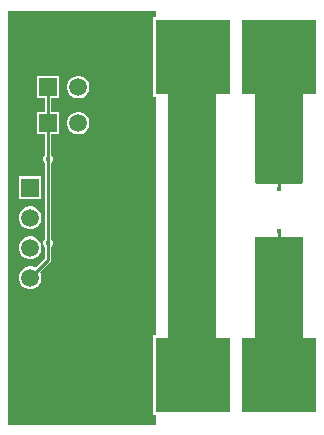
<source format=gbr>
%TF.GenerationSoftware,Altium Limited,Altium Designer,23.10.1 (27)*%
G04 Layer_Physical_Order=2*
G04 Layer_Color=16711680*
%FSLAX45Y45*%
%MOMM*%
%TF.SameCoordinates,AAB5F705-4A64-4C07-BC12-B6E9AAE413D5*%
%TF.FilePolarity,Positive*%
%TF.FileFunction,Copper,L2,Bot,Signal*%
%TF.Part,Single*%
G01*
G75*
%TA.AperFunction,Conductor*%
%ADD13C,0.25400*%
%TA.AperFunction,ComponentPad*%
%ADD14C,1.50000*%
%ADD15R,1.50000X1.50000*%
%ADD16R,1.50000X1.50000*%
%TA.AperFunction,ViaPad*%
%ADD17C,0.45000*%
%TA.AperFunction,SMDPad,CuDef*%
%ADD18R,4.00000X1.80000*%
%ADD19R,6.35000X6.35000*%
G36*
X15367000Y4775200D02*
X14960600D01*
Y6146800D01*
X15367000D01*
Y4775200D01*
D02*
G37*
G36*
Y2946400D02*
X14960600D01*
Y4318000D01*
X15367000D01*
Y2946400D01*
D02*
G37*
G36*
X14630400Y2844800D02*
X14224001D01*
Y6146800D01*
X14630400D01*
Y2844800D01*
D02*
G37*
G36*
X14122400Y6179500D02*
X14094780D01*
Y5504500D01*
X14122400D01*
Y3487100D01*
X14094780D01*
Y2812100D01*
X14122400D01*
Y2730500D01*
X12865100D01*
Y6235700D01*
X14122400D01*
Y6179500D01*
D02*
G37*
%LPC*%
G36*
X13474507Y5683000D02*
X13449493D01*
X13425333Y5676526D01*
X13403670Y5664019D01*
X13385982Y5646331D01*
X13373474Y5624668D01*
X13367000Y5600507D01*
Y5575493D01*
X13373474Y5551332D01*
X13385982Y5529669D01*
X13403670Y5511981D01*
X13425333Y5499474D01*
X13449493Y5493000D01*
X13474507D01*
X13498668Y5499474D01*
X13520331Y5511981D01*
X13538019Y5529669D01*
X13550526Y5551332D01*
X13557001Y5575493D01*
Y5600507D01*
X13550526Y5624668D01*
X13538019Y5646331D01*
X13520331Y5664019D01*
X13498668Y5676526D01*
X13474507Y5683000D01*
D02*
G37*
G36*
Y5378200D02*
X13449493D01*
X13425333Y5371726D01*
X13403670Y5359219D01*
X13385982Y5341531D01*
X13373474Y5319868D01*
X13367000Y5295707D01*
Y5270693D01*
X13373474Y5246532D01*
X13385982Y5224869D01*
X13403670Y5207181D01*
X13425333Y5194674D01*
X13449493Y5188200D01*
X13474507D01*
X13498668Y5194674D01*
X13520331Y5207181D01*
X13538019Y5224869D01*
X13550526Y5246532D01*
X13557001Y5270693D01*
Y5295707D01*
X13550526Y5319868D01*
X13538019Y5341531D01*
X13520331Y5359219D01*
X13498668Y5371726D01*
X13474507Y5378200D01*
D02*
G37*
G36*
X13150600Y4832100D02*
X12960600D01*
Y4642100D01*
X13150600D01*
Y4832100D01*
D02*
G37*
G36*
X13068108Y4578100D02*
X13043092D01*
X13018932Y4571626D01*
X12997269Y4559119D01*
X12979581Y4541431D01*
X12967075Y4519768D01*
X12960600Y4495607D01*
Y4470593D01*
X12967075Y4446432D01*
X12979581Y4424769D01*
X12997269Y4407081D01*
X13018932Y4394574D01*
X13043092Y4388100D01*
X13068108D01*
X13092268Y4394574D01*
X13113931Y4407081D01*
X13131619Y4424769D01*
X13144125Y4446432D01*
X13150600Y4470593D01*
Y4495607D01*
X13144125Y4519768D01*
X13131619Y4541431D01*
X13113931Y4559119D01*
X13092268Y4571626D01*
X13068108Y4578100D01*
D02*
G37*
G36*
Y4324100D02*
X13043092D01*
X13018932Y4317626D01*
X12997269Y4305119D01*
X12979581Y4287431D01*
X12967075Y4265768D01*
X12960600Y4241607D01*
Y4216593D01*
X12967075Y4192432D01*
X12979581Y4170769D01*
X12997269Y4153081D01*
X13018932Y4140574D01*
X13043092Y4134100D01*
X13068108D01*
X13092268Y4140574D01*
X13113931Y4153081D01*
X13131619Y4170769D01*
X13144125Y4192432D01*
X13150600Y4216593D01*
Y4241607D01*
X13144125Y4265768D01*
X13131619Y4287431D01*
X13113931Y4305119D01*
X13092268Y4317626D01*
X13068108Y4324100D01*
D02*
G37*
G36*
X13303000Y5683000D02*
X13113000D01*
Y5493000D01*
X13182101D01*
Y5378200D01*
X13113000D01*
Y5188200D01*
X13182101D01*
Y5012606D01*
X13171970Y5002474D01*
X13165500Y4986854D01*
Y4969946D01*
X13171970Y4954326D01*
X13182101Y4944194D01*
Y4301406D01*
X13171970Y4291274D01*
X13165500Y4275654D01*
Y4258746D01*
X13171970Y4243126D01*
X13182101Y4232994D01*
Y4138227D01*
X13101926Y4058050D01*
X13092268Y4063626D01*
X13068108Y4070100D01*
X13043092D01*
X13018932Y4063626D01*
X12997269Y4051119D01*
X12979581Y4033431D01*
X12967075Y4011768D01*
X12960600Y3987607D01*
Y3962593D01*
X12967075Y3938432D01*
X12979581Y3916769D01*
X12997269Y3899081D01*
X13018932Y3886574D01*
X13043092Y3880100D01*
X13068108D01*
X13092268Y3886574D01*
X13113931Y3899081D01*
X13131619Y3916769D01*
X13144125Y3938432D01*
X13150600Y3962593D01*
Y3987607D01*
X13144125Y4011768D01*
X13138550Y4021425D01*
X13226312Y4109188D01*
X13231926Y4117589D01*
X13233897Y4127500D01*
Y4232994D01*
X13244031Y4243126D01*
X13250500Y4258746D01*
Y4275654D01*
X13244031Y4291274D01*
X13233897Y4301406D01*
Y4944194D01*
X13244031Y4954326D01*
X13250500Y4969946D01*
Y4986854D01*
X13244031Y5002474D01*
X13233897Y5012606D01*
Y5188200D01*
X13303000D01*
Y5378200D01*
X13233897D01*
Y5493000D01*
X13303000D01*
Y5683000D01*
D02*
G37*
%LPD*%
D13*
X14013586Y4167509D02*
X14053596Y4127500D01*
X14058900D01*
X13502010Y4167509D02*
X14013586D01*
X13208000Y4978400D02*
Y5283200D01*
Y4267200D02*
Y4978400D01*
Y5283200D02*
Y5588000D01*
Y4127500D02*
Y4267200D01*
X13055600Y3975100D02*
X13208000Y4127500D01*
X13502010Y4167509D02*
Y4319909D01*
X13055600Y3721100D02*
X13502010Y4167509D01*
Y4319909D02*
X13716000Y4533900D01*
Y5283200D01*
Y5588000D01*
X15163800Y4236600D02*
Y4368800D01*
Y4724400D02*
Y4856600D01*
D14*
X13055600Y3721100D02*
D03*
Y3975100D02*
D03*
Y4229100D02*
D03*
Y4483100D02*
D03*
X13462000Y5588000D02*
D03*
X13716000D02*
D03*
X13462000Y5283200D02*
D03*
X13716000D02*
D03*
D15*
X13055600Y4737100D02*
D03*
D16*
X13208000Y5588000D02*
D03*
Y5283200D02*
D03*
D17*
X14058900Y4127500D02*
D03*
X13208000Y4978400D02*
D03*
Y4267200D02*
D03*
X15163800Y4724400D02*
D03*
Y4368800D02*
D03*
D18*
Y4236600D02*
D03*
Y4856600D02*
D03*
D19*
Y5842000D02*
D03*
X14432280D02*
D03*
X15163800Y3149600D02*
D03*
X14432280D02*
D03*
%TF.MD5,2b49ab620ad69b9be6c20b1bc35761e5*%
M02*

</source>
